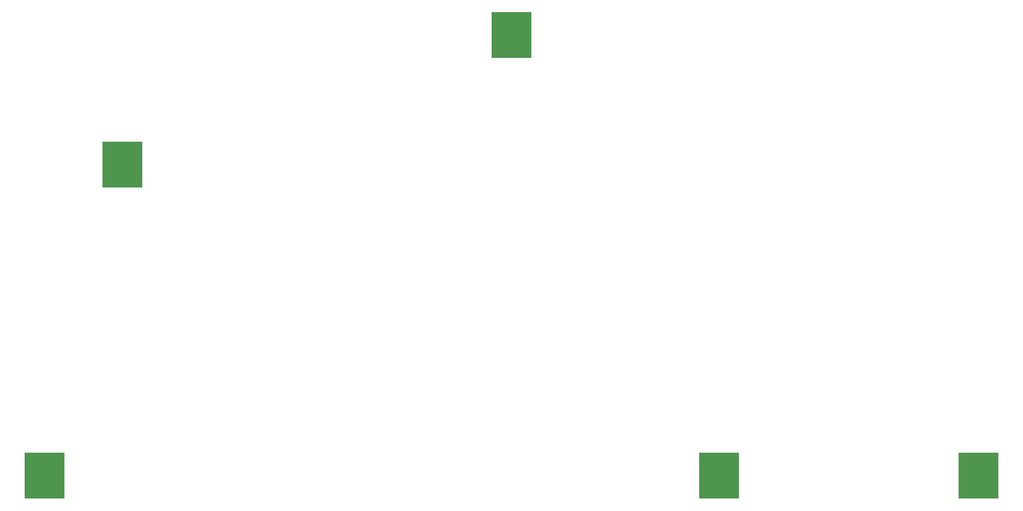
<source format=gtp>
G04 MADE WITH FRITZING*
G04 WWW.FRITZING.ORG*
G04 DOUBLE SIDED*
G04 HOLES PLATED*
G04 CONTOUR ON CENTER OF CONTOUR VECTOR*
%ASAXBY*%
%FSLAX23Y23*%
%MOIN*%
%OFA0B0*%
%SFA1.0B1.0*%
%ADD10R,0.311111X0.355556*%
%LNPASTEMASK1*%
G90*
G70*
G54D10*
X889Y2650D03*
X3889Y3650D03*
X5489Y250D03*
X7489Y250D03*
X289Y250D03*
G04 End of PasteMask1*
M02*
</source>
